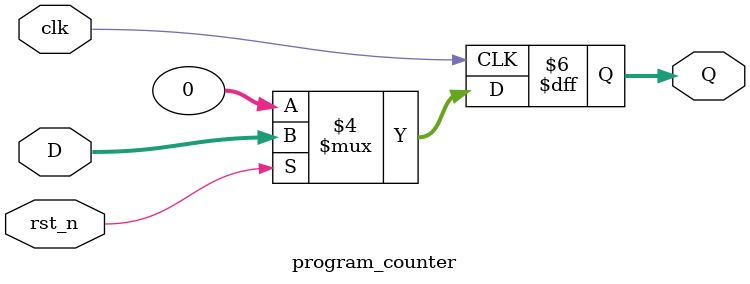
<source format=sv>
`timescale 1ns / 1ps


module program_counter(
    input logic clk,       // Clock
    input logic rst_n,     // Active-low synchronous reset
    input logic [31:0] D,         // Data input
    output logic [31:0] Q         // Data output
);

    // Synchronous D Flip-Flop
    always_ff @(posedge clk) begin
        if (!rst_n)
            Q <= 32'b0;    // Reset output to 0
        else
            Q <= D;       // Capture input on rising edge
    end


endmodule

</source>
